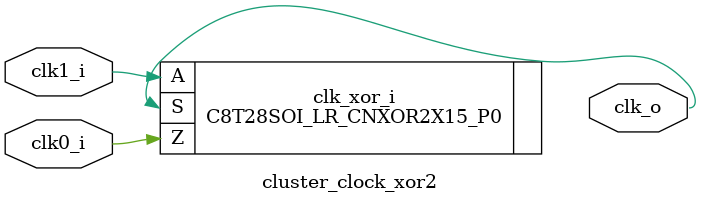
<source format=sv>


module cluster_clock_xor2
  (
   input  logic clk0_i,
   input  logic clk1_i,
   output logic clk_o
   );
   
   C8T28SOI_LR_CNXOR2X15_P0 
     clk_xor_i (
		.Z(clk0_i),
		.A(clk1_i),
		.S(clk_o)  // --> 8T uses A,S as inputs, 12T uses A,B
		);
   
endmodule

</source>
